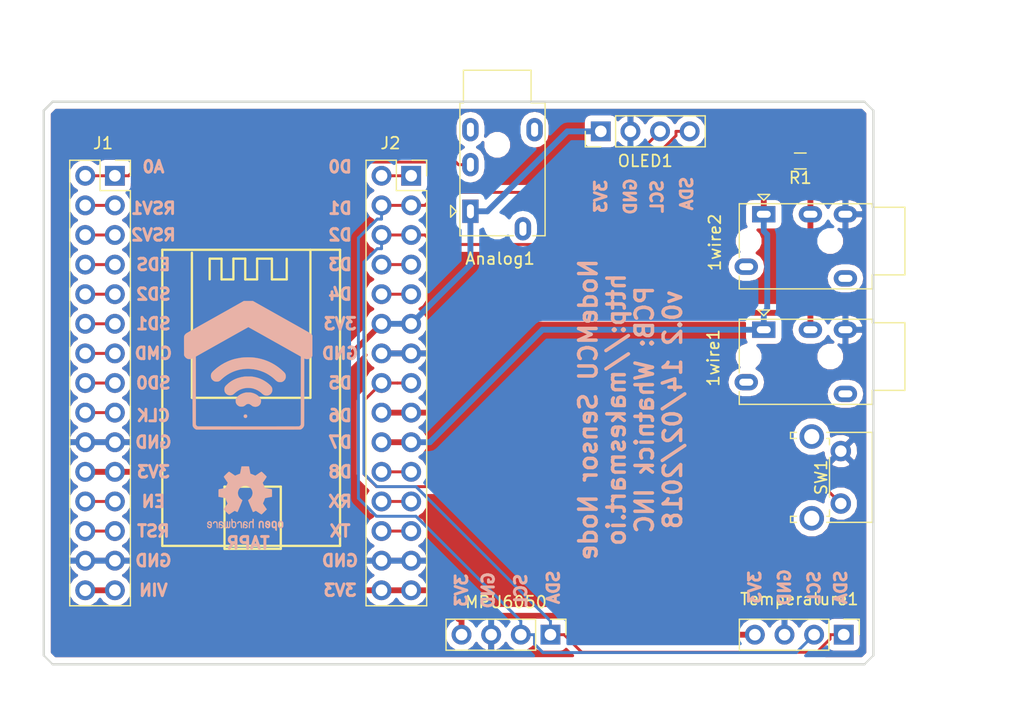
<source format=kicad_pcb>
(kicad_pcb (version 20171130) (host pcbnew "(2018-01-07 revision 47989ccfc)-makepkg")
  (layers (0 F.Cu signal) (31 B.Cu signal) (34 B.Paste user) (35 F.Paste user) (36 B.SilkS user) (37 F.SilkS user) (38 B.Mask user) (39 F.Mask user) (44 Edge.Cuts user))
  (net 0 "")
  (net 1 A0)
  (net 2 EDS)
  (net 3 SD2)
  (net 4 SD1)
  (net 5 CMD)
  (net 6 SD0)
  (net 7 CLK)
  (net 8 GND)
  (net 9 3V3)
  (net 10 EN)
  (net 11 RST)
  (net 12 VIN)
  (net 13 TX)
  (net 14 RX)
  (net 15 D8)
  (net 16 D7)
  (net 17 D6)
  (net 18 D5)
  (net 19 D4)
  (net 20 D3)
  (net 21 D2)
  (net 22 D1)
  (net 23 D0)
  (net 24 RSV1)
  (net 25 RSV2)
  (net 26 "Net-(Analog1-Pad3)")
  (module Resistors_SMD:R_0603_HandSoldering (layer F.Cu) (at 158.834 63.5 180)
    (fp_text reference R1 (at 0 -1.45 180) (layer F.SilkS))
    (fp_text value 4.7K)
    (pad 2 smd rect (at 1.1 0 180) (size 1.2 0.9) (layers F.Cu F.Paste F.Mask) (net 16 D7))
    (pad 1 smd rect (at -1.1 0 180) (size 1.2 0.9) (layers F.Cu F.Paste F.Mask) (net 17 D6))
  )
  (module Socket_Strips:Socket_Strip_Straight_1x04_Pitch2.54mm (layer F.Cu) (at 162.56 104.14 270)
    (fp_text reference Temperature1 (at -3.048 3.81) (layer F.SilkS))
    (fp_text value Conn_01x04)
    (pad 4 thru_hole oval (at 0 7.62 270) (size 1.7 1.7) (drill 1) (layers *.Cu *.Mask) (net 9 3V3))
    (pad 3 thru_hole oval (at 0 5.08 270) (size 1.7 1.7) (drill 1) (layers *.Cu *.Mask) (net 8 GND))
    (pad 2 thru_hole oval (at 0 2.54 270) (size 1.7 1.7) (drill 1) (layers *.Cu *.Mask) (net 22 D1))
    (pad 1 thru_hole rect (at 0 0 270) (size 1.7 1.7) (drill 1) (layers *.Cu *.Mask) (net 21 D2))
  )
  (module Symbols:OSHW-Logo2_7.3x6mm_SilkScreen (layer B.Cu) (at 111.252 92.456 180)
    (fp_text reference G2 hide)
    (fp_text value Logo_Open_Hardware_Small hide)
  )
  (module project_footprints:makeSmart_logo (layer B.Cu) (at 111.506 81.026 180)
    (fp_text reference G1 hide)
    (fp_text value LOGO hide)
  )
  (module Socket_Strips:Socket_Strip_Straight_1x04_Pitch2.54mm (layer F.Cu) (at 141.732 60.96 90)
    (fp_text reference OLED1 (at -2.54 3.81 180) (layer F.SilkS))
    (fp_text value Conn_01x04)
    (pad 1 thru_hole rect (at 0 0 90) (size 1.7 1.7) (drill 1) (layers *.Cu *.Mask) (net 9 3V3))
    (pad 2 thru_hole oval (at 0 2.54 90) (size 1.7 1.7) (drill 1) (layers *.Cu *.Mask) (net 8 GND))
    (pad 3 thru_hole oval (at 0 5.08 90) (size 1.7 1.7) (drill 1) (layers *.Cu *.Mask) (net 22 D1))
    (pad 4 thru_hole oval (at 0 7.62 90) (size 1.7 1.7) (drill 1) (layers *.Cu *.Mask) (net 21 D2))
  )
  (module Socket_Strips:Socket_Strip_Straight_1x04_Pitch2.54mm (layer F.Cu) (at 137.414 104.14 270)
    (fp_text reference MPU6050 (at -2.794 3.81) (layer F.SilkS))
    (fp_text value Conn_01x04)
    (pad 4 thru_hole oval (at 0 7.62 270) (size 1.7 1.7) (drill 1) (layers *.Cu *.Mask) (net 9 3V3))
    (pad 3 thru_hole oval (at 0 5.08 270) (size 1.7 1.7) (drill 1) (layers *.Cu *.Mask) (net 8 GND))
    (pad 2 thru_hole oval (at 0 2.54 270) (size 1.7 1.7) (drill 1) (layers *.Cu *.Mask) (net 22 D1))
    (pad 1 thru_hole rect (at 0 0 270) (size 1.7 1.7) (drill 1) (layers *.Cu *.Mask) (net 21 D2))
  )
  (module Socket_Strips:Socket_Strip_Straight_2x15_Pitch2.54mm (layer F.Cu) (at 125.476 64.77)
    (fp_text reference J2 (at -1.778 -2.794) (layer F.SilkS))
    (fp_text value Conn_02x15_Odd_Even)
    (pad 1 thru_hole rect (at 0 0) (size 1.7 1.7) (drill 1) (layers *.Cu *.Mask) (net 23 D0))
    (pad 2 thru_hole oval (at -2.54 0) (size 1.7 1.7) (drill 1) (layers *.Cu *.Mask) (net 23 D0))
    (pad 3 thru_hole oval (at 0 2.54) (size 1.7 1.7) (drill 1) (layers *.Cu *.Mask) (net 22 D1))
    (pad 4 thru_hole oval (at -2.54 2.54) (size 1.7 1.7) (drill 1) (layers *.Cu *.Mask) (net 22 D1))
    (pad 5 thru_hole oval (at 0 5.08) (size 1.7 1.7) (drill 1) (layers *.Cu *.Mask) (net 21 D2))
    (pad 6 thru_hole oval (at -2.54 5.08) (size 1.7 1.7) (drill 1) (layers *.Cu *.Mask) (net 21 D2))
    (pad 7 thru_hole oval (at 0 7.62) (size 1.7 1.7) (drill 1) (layers *.Cu *.Mask) (net 20 D3))
    (pad 8 thru_hole oval (at -2.54 7.62) (size 1.7 1.7) (drill 1) (layers *.Cu *.Mask) (net 20 D3))
    (pad 9 thru_hole oval (at 0 10.16) (size 1.7 1.7) (drill 1) (layers *.Cu *.Mask) (net 19 D4))
    (pad 10 thru_hole oval (at -2.54 10.16) (size 1.7 1.7) (drill 1) (layers *.Cu *.Mask) (net 19 D4))
    (pad 11 thru_hole oval (at 0 12.7) (size 1.7 1.7) (drill 1) (layers *.Cu *.Mask) (net 9 3V3))
    (pad 12 thru_hole oval (at -2.54 12.7) (size 1.7 1.7) (drill 1) (layers *.Cu *.Mask) (net 9 3V3))
    (pad 13 thru_hole oval (at 0 15.24) (size 1.7 1.7) (drill 1) (layers *.Cu *.Mask) (net 8 GND))
    (pad 14 thru_hole oval (at -2.54 15.24) (size 1.7 1.7) (drill 1) (layers *.Cu *.Mask) (net 8 GND))
    (pad 15 thru_hole oval (at 0 17.78) (size 1.7 1.7) (drill 1) (layers *.Cu *.Mask) (net 18 D5))
    (pad 16 thru_hole oval (at -2.54 17.78) (size 1.7 1.7) (drill 1) (layers *.Cu *.Mask) (net 18 D5))
    (pad 17 thru_hole oval (at 0 20.32) (size 1.7 1.7) (drill 1) (layers *.Cu *.Mask) (net 17 D6))
    (pad 18 thru_hole oval (at -2.54 20.32) (size 1.7 1.7) (drill 1) (layers *.Cu *.Mask) (net 17 D6))
    (pad 19 thru_hole oval (at 0 22.86) (size 1.7 1.7) (drill 1) (layers *.Cu *.Mask) (net 16 D7))
    (pad 20 thru_hole oval (at -2.54 22.86) (size 1.7 1.7) (drill 1) (layers *.Cu *.Mask) (net 16 D7))
    (pad 21 thru_hole oval (at 0 25.4) (size 1.7 1.7) (drill 1) (layers *.Cu *.Mask) (net 15 D8))
    (pad 22 thru_hole oval (at -2.54 25.4) (size 1.7 1.7) (drill 1) (layers *.Cu *.Mask) (net 15 D8))
    (pad 23 thru_hole oval (at 0 27.94) (size 1.7 1.7) (drill 1) (layers *.Cu *.Mask) (net 14 RX))
    (pad 24 thru_hole oval (at -2.54 27.94) (size 1.7 1.7) (drill 1) (layers *.Cu *.Mask) (net 14 RX))
    (pad 25 thru_hole oval (at 0 30.48) (size 1.7 1.7) (drill 1) (layers *.Cu *.Mask) (net 13 TX))
    (pad 26 thru_hole oval (at -2.54 30.48) (size 1.7 1.7) (drill 1) (layers *.Cu *.Mask) (net 13 TX))
    (pad 27 thru_hole oval (at 0 33.02) (size 1.7 1.7) (drill 1) (layers *.Cu *.Mask) (net 8 GND))
    (pad 28 thru_hole oval (at -2.54 33.02) (size 1.7 1.7) (drill 1) (layers *.Cu *.Mask) (net 8 GND))
    (pad 29 thru_hole oval (at 0 35.56) (size 1.7 1.7) (drill 1) (layers *.Cu *.Mask) (net 9 3V3))
    (pad 30 thru_hole oval (at -2.54 35.56) (size 1.7 1.7) (drill 1) (layers *.Cu *.Mask) (net 9 3V3))
  )
  (module Socket_Strips:Socket_Strip_Straight_2x15_Pitch2.54mm (layer F.Cu) (at 100.076 64.77)
    (fp_text reference J1 (at -1.016 -2.794) (layer F.SilkS))
    (fp_text value Conn_02x15_Odd_Even)
    (pad 30 thru_hole oval (at -2.54 35.56) (size 1.7 1.7) (drill 1) (layers *.Cu *.Mask) (net 12 VIN))
    (pad 29 thru_hole oval (at 0 35.56) (size 1.7 1.7) (drill 1) (layers *.Cu *.Mask) (net 12 VIN))
    (pad 28 thru_hole oval (at -2.54 33.02) (size 1.7 1.7) (drill 1) (layers *.Cu *.Mask) (net 8 GND))
    (pad 27 thru_hole oval (at 0 33.02) (size 1.7 1.7) (drill 1) (layers *.Cu *.Mask) (net 8 GND))
    (pad 26 thru_hole oval (at -2.54 30.48) (size 1.7 1.7) (drill 1) (layers *.Cu *.Mask) (net 11 RST))
    (pad 25 thru_hole oval (at 0 30.48) (size 1.7 1.7) (drill 1) (layers *.Cu *.Mask) (net 11 RST))
    (pad 24 thru_hole oval (at -2.54 27.94) (size 1.7 1.7) (drill 1) (layers *.Cu *.Mask) (net 10 EN))
    (pad 23 thru_hole oval (at 0 27.94) (size 1.7 1.7) (drill 1) (layers *.Cu *.Mask) (net 10 EN))
    (pad 22 thru_hole oval (at -2.54 25.4) (size 1.7 1.7) (drill 1) (layers *.Cu *.Mask) (net 9 3V3))
    (pad 21 thru_hole oval (at 0 25.4) (size 1.7 1.7) (drill 1) (layers *.Cu *.Mask) (net 9 3V3))
    (pad 20 thru_hole oval (at -2.54 22.86) (size 1.7 1.7) (drill 1) (layers *.Cu *.Mask) (net 8 GND))
    (pad 19 thru_hole oval (at 0 22.86) (size 1.7 1.7) (drill 1) (layers *.Cu *.Mask) (net 8 GND))
    (pad 18 thru_hole oval (at -2.54 20.32) (size 1.7 1.7) (drill 1) (layers *.Cu *.Mask) (net 7 CLK))
    (pad 17 thru_hole oval (at 0 20.32) (size 1.7 1.7) (drill 1) (layers *.Cu *.Mask) (net 7 CLK))
    (pad 16 thru_hole oval (at -2.54 17.78) (size 1.7 1.7) (drill 1) (layers *.Cu *.Mask) (net 6 SD0))
    (pad 15 thru_hole oval (at 0 17.78) (size 1.7 1.7) (drill 1) (layers *.Cu *.Mask) (net 6 SD0))
    (pad 14 thru_hole oval (at -2.54 15.24) (size 1.7 1.7) (drill 1) (layers *.Cu *.Mask) (net 5 CMD))
    (pad 13 thru_hole oval (at 0 15.24) (size 1.7 1.7) (drill 1) (layers *.Cu *.Mask) (net 5 CMD))
    (pad 12 thru_hole oval (at -2.54 12.7) (size 1.7 1.7) (drill 1) (layers *.Cu *.Mask) (net 4 SD1))
    (pad 11 thru_hole oval (at 0 12.7) (size 1.7 1.7) (drill 1) (layers *.Cu *.Mask) (net 4 SD1))
    (pad 10 thru_hole oval (at -2.54 10.16) (size 1.7 1.7) (drill 1) (layers *.Cu *.Mask) (net 3 SD2))
    (pad 9 thru_hole oval (at 0 10.16) (size 1.7 1.7) (drill 1) (layers *.Cu *.Mask) (net 3 SD2))
    (pad 8 thru_hole oval (at -2.54 7.62) (size 1.7 1.7) (drill 1) (layers *.Cu *.Mask) (net 2 EDS))
    (pad 7 thru_hole oval (at 0 7.62) (size 1.7 1.7) (drill 1) (layers *.Cu *.Mask) (net 2 EDS))
    (pad 6 thru_hole oval (at -2.54 5.08) (size 1.7 1.7) (drill 1) (layers *.Cu *.Mask) (net 25 RSV2))
    (pad 5 thru_hole oval (at 0 5.08) (size 1.7 1.7) (drill 1) (layers *.Cu *.Mask) (net 25 RSV2))
    (pad 4 thru_hole oval (at -2.54 2.54) (size 1.7 1.7) (drill 1) (layers *.Cu *.Mask) (net 24 RSV1))
    (pad 3 thru_hole oval (at 0 2.54) (size 1.7 1.7) (drill 1) (layers *.Cu *.Mask) (net 24 RSV1))
    (pad 2 thru_hole oval (at -2.54 0) (size 1.7 1.7) (drill 1) (layers *.Cu *.Mask) (net 1 A0))
    (pad 1 thru_hole rect (at 0 0) (size 1.7 1.7) (drill 1) (layers *.Cu *.Mask) (net 1 A0))
  )
  (module Button_Switch_THT:SW_Tactile_SPST_Angled_PTS645Vx39-2LFS (layer F.Cu) (at 162.306 88.392 270)
    (fp_text reference SW1 (at 2.25 1.68 270) (layer F.SilkS))
    (fp_text value SW_Push)
    (pad "" thru_hole circle (at 5.76 2.49 270) (size 2.1 2.1) (drill 1.3) (layers *.Cu *.Mask))
    (pad 2 thru_hole circle (at 4.5 0 270) (size 1.75 1.75) (drill 0.99) (layers *.Cu *.Mask) (net 18 D5))
    (pad 1 thru_hole circle (at 0 0 270) (size 1.75 1.75) (drill 0.99) (layers *.Cu *.Mask) (net 8 GND))
    (pad "" thru_hole circle (at -1.25 2.49 270) (size 2.1 2.1) (drill 1.3) (layers *.Cu *.Mask))
  )
  (module Connector_Audio:Jack_3.5mm_PJ320E_Horizontal (layer F.Cu) (at 130.556 67.818)
    (fp_text reference Analog1 (at 2.54 4.064) (layer F.SilkS))
    (fp_text value Audio-Jack-3_2Switches)
    (pad 5 thru_hole oval (at 5.5 -7 270) (size 2 1.4) (drill oval 1.2 0.6) (layers *.Cu *.Mask))
    (pad 4 thru_hole oval (at 4.5 1.5 270) (size 2 1.4) (drill oval 1.2 0.6) (layers *.Cu *.Mask))
    (pad 1 thru_hole rect (at 0 0 270) (size 2 1.4) (drill oval 1.2 0.6) (layers *.Cu *.Mask) (net 9 3V3))
    (pad 2 thru_hole oval (at 0 -4 270) (size 2 1.4) (drill oval 1.2 0.6) (layers *.Cu *.Mask) (net 1 A0))
    (pad 3 thru_hole oval (at 0 -7 270) (size 2 1.4) (drill oval 1.2 0.6) (layers *.Cu *.Mask) (net 26 "Net-(Analog1-Pad3)"))
    (pad "" np_thru_hole circle (at 2.3 -5.7 270) (size 1.2 1.2) (drill 1.2) (layers *.Cu *.Mask))
    (pad "" np_thru_hole circle (at 2.3 1.3 270) (size 1.2 1.2) (drill 1.2) (layers *.Cu *.Mask))
  )
  (module Connector_Audio:Jack_3.5mm_PJ320E_Horizontal (layer F.Cu) (at 155.702 68.072 270)
    (fp_text reference 1wire2 (at 2.413 4.191 270) (layer F.SilkS))
    (fp_text value Audio-Jack-3_2Switches)
    (pad 5 thru_hole oval (at 5.5 -7 180) (size 2 1.4) (drill oval 1.2 0.6) (layers *.Cu *.Mask))
    (pad 4 thru_hole oval (at 4.5 1.5 180) (size 2 1.4) (drill oval 1.2 0.6) (layers *.Cu *.Mask))
    (pad 1 thru_hole rect (at 0 0 180) (size 2 1.4) (drill oval 1.2 0.6) (layers *.Cu *.Mask) (net 16 D7))
    (pad 2 thru_hole oval (at 0 -4 180) (size 2 1.4) (drill oval 1.2 0.6) (layers *.Cu *.Mask) (net 17 D6))
    (pad 3 thru_hole oval (at 0 -7 180) (size 2 1.4) (drill oval 1.2 0.6) (layers *.Cu *.Mask) (net 8 GND))
    (pad "" np_thru_hole circle (at 2.3 -5.7 180) (size 1.2 1.2) (drill 1.2) (layers *.Cu *.Mask))
    (pad "" np_thru_hole circle (at 2.3 1.3 180) (size 1.2 1.2) (drill 1.2) (layers *.Cu *.Mask))
  )
  (module Connector_Audio:Jack_3.5mm_PJ320E_Horizontal (layer F.Cu) (at 155.702 77.978 270)
    (fp_text reference 1wire1 (at 2.413 4.318 270) (layer F.SilkS))
    (fp_text value Audio-Jack-3_2Switches)
    (pad 5 thru_hole oval (at 5.5 -7 180) (size 2 1.4) (drill oval 1.2 0.6) (layers *.Cu *.Mask))
    (pad 4 thru_hole oval (at 4.5 1.5 180) (size 2 1.4) (drill oval 1.2 0.6) (layers *.Cu *.Mask))
    (pad 1 thru_hole rect (at 0 0 180) (size 2 1.4) (drill oval 1.2 0.6) (layers *.Cu *.Mask) (net 16 D7))
    (pad 2 thru_hole oval (at 0 -4 180) (size 2 1.4) (drill oval 1.2 0.6) (layers *.Cu *.Mask) (net 17 D6))
    (pad 3 thru_hole oval (at 0 -7 180) (size 2 1.4) (drill oval 1.2 0.6) (layers *.Cu *.Mask) (net 8 GND))
    (pad "" np_thru_hole circle (at 2.3 -5.7 180) (size 1.2 1.2) (drill 1.2) (layers *.Cu *.Mask))
    (pad "" np_thru_hole circle (at 2.3 1.3 180) (size 1.2 1.2) (drill 1.2) (layers *.Cu *.Mask))
  )
  (gr_text SDA (at 162.306 100.076 90) (layer B.SilkS) (effects (font (size 1 1) (thickness 0.25)) (justify mirror)))
  (gr_text TAPR (at 111.506 96.266) (layer B.SilkS) (effects (font (size 1 1) (thickness 0.25)) (justify mirror)))
  (gr_text "NodeMCU Sensor Node\nhttp://makesmart.io\nPCB: Whatnick INC\nv0.2 14/02/2018" (at 144.272 84.836 90) (layer B.SilkS) (effects (font (size 1.5 1.5) (thickness 0.3)) (justify mirror)))
  (gr_line (start 164.338 58.42) (end 165.1 59.182) (layer Edge.Cuts) (width 0.15))
  (gr_line (start 164.338 106.68) (end 165.1 105.918) (layer Edge.Cuts) (width 0.15))
  (gr_line (start 93.98 105.918) (end 94.742 106.68) (layer Edge.Cuts) (width 0.15))
  (gr_line (start 94.742 58.42) (end 93.98 59.182) (layer Edge.Cuts) (width 0.2))
  (gr_text TX (at 119.38 95.25) (layer B.SilkS) (effects (font (size 1 1) (thickness 0.25)) (justify mirror)))
  (gr_text RX (at 119.38 92.71) (layer B.SilkS) (effects (font (size 1 1) (thickness 0.25)) (justify mirror)))
  (gr_text D6 (at 119.38 85.344) (layer B.SilkS) (effects (font (size 1 1) (thickness 0.25)) (justify mirror)))
  (gr_text D7 (at 119.38 87.63) (layer B.SilkS) (effects (font (size 1 1) (thickness 0.25)) (justify mirror)))
  (gr_text D8 (at 119.38 90.17) (layer B.SilkS) (effects (font (size 1 1) (thickness 0.25)) (justify mirror)))
  (gr_text GND (at 119.38 97.79) (layer B.SilkS) (effects (font (size 1 1) (thickness 0.25)) (justify mirror)))
  (gr_text 3V3 (at 119.38 100.33) (layer B.SilkS) (effects (font (size 1 1) (thickness 0.25)) (justify mirror)))
  (gr_text D5 (at 119.38 82.55) (layer B.SilkS) (effects (font (size 1 1) (thickness 0.25)) (justify mirror)))
  (gr_text D0 (at 119.38 64.008) (layer B.SilkS) (effects (font (size 1 1) (thickness 0.25)) (justify mirror)))
  (gr_text D1 (at 119.38 67.564) (layer B.SilkS) (effects (font (size 1 1) (thickness 0.25)) (justify mirror)))
  (gr_text GND (at 119.38 80.01) (layer B.SilkS) (effects (font (size 1 1) (thickness 0.25)) (justify mirror)))
  (gr_text 3V3 (at 119.38 77.47) (layer B.SilkS) (effects (font (size 1 1) (thickness 0.25)) (justify mirror)))
  (gr_text D2 (at 119.38 69.85) (layer B.SilkS) (effects (font (size 1 1) (thickness 0.25)) (justify mirror)))
  (gr_text D4 (at 119.38 74.93) (layer B.SilkS) (effects (font (size 1 1) (thickness 0.25)) (justify mirror)))
  (gr_text D3 (at 119.38 72.39) (layer B.SilkS) (effects (font (size 1 1) (thickness 0.25)) (justify mirror)))
  (gr_text A0 (at 103.378 64.008) (layer B.SilkS) (effects (font (size 1 1) (thickness 0.25)) (justify mirror)))
  (gr_text RSV1 (at 103.378 67.564) (layer B.SilkS) (effects (font (size 1 1) (thickness 0.25)) (justify mirror)))
  (gr_text RSV2 (at 103.378 69.85) (layer B.SilkS) (effects (font (size 1 1) (thickness 0.25)) (justify mirror)))
  (gr_text EDS (at 103.378 72.39) (layer B.SilkS) (effects (font (size 1 1) (thickness 0.25)) (justify mirror)))
  (gr_text SD2 (at 103.378 74.93) (layer B.SilkS) (effects (font (size 1 1) (thickness 0.25)) (justify mirror)))
  (gr_text SD1 (at 103.378 77.47) (layer B.SilkS) (effects (font (size 1 1) (thickness 0.25)) (justify mirror)))
  (gr_text CMD (at 103.378 80.01) (layer B.SilkS) (effects (font (size 1 1) (thickness 0.25)) (justify mirror)))
  (gr_text SD0 (at 103.378 82.55) (layer B.SilkS) (effects (font (size 1 1) (thickness 0.25)) (justify mirror)))
  (gr_text CLK (at 103.378 85.344) (layer B.SilkS) (effects (font (size 1 1) (thickness 0.25)) (justify mirror)))
  (gr_text GND (at 103.378 87.63) (layer B.SilkS) (effects (font (size 1 1) (thickness 0.25)) (justify mirror)))
  (gr_text 3V3 (at 103.378 90.17) (layer B.SilkS) (effects (font (size 1 1) (thickness 0.25)) (justify mirror)))
  (gr_text EN (at 103.378 92.71) (layer B.SilkS) (effects (font (size 1 1) (thickness 0.25)) (justify mirror)))
  (gr_text RST (at 103.378 95.25) (layer B.SilkS) (effects (font (size 1 1) (thickness 0.25)) (justify mirror)))
  (gr_text GND (at 103.378 97.79) (layer B.SilkS) (effects (font (size 1 1) (thickness 0.25)) (justify mirror)))
  (gr_text VIN (at 103.378 100.33) (layer B.SilkS) (effects (font (size 1 1) (thickness 0.25)) (justify mirror)))
  (gr_line (start 109.474 96.774) (end 114.3 96.774) (angle 90) (layer F.SilkS) (width 0.2))
  (gr_text SDA (at 137.668 100.076 90) (layer B.SilkS) (effects (font (size 1 1) (thickness 0.25)) (justify mirror)))
  (gr_text SDA (at 149.098 66.294 90) (layer B.SilkS) (effects (font (size 1 1) (thickness 0.25)) (justify mirror)))
  (gr_text SCL (at 160.02 100.076 90) (layer B.SilkS) (effects (font (size 1 1) (thickness 0.25)) (justify mirror)))
  (gr_text SCL (at 134.874 100.33 90) (layer B.SilkS) (effects (font (size 1 1) (thickness 0.25)) (justify mirror)))
  (gr_text SCL (at 146.558 66.548 90) (layer B.SilkS) (effects (font (size 1 1) (thickness 0.25)) (justify mirror)))
  (gr_text GND (at 157.48 100.076 90) (layer B.SilkS) (effects (font (size 1 1) (thickness 0.25)) (justify mirror)))
  (gr_text GND (at 132.08 100.33 90) (layer B.SilkS) (effects (font (size 1 1) (thickness 0.25)) (justify mirror)))
  (gr_text GND (at 144.272 66.548 90) (layer B.SilkS) (effects (font (size 1 1) (thickness 0.25)) (justify mirror)))
  (gr_text 3V3 (at 154.94 100.076 90) (layer B.SilkS) (effects (font (size 1 1) (thickness 0.25)) (justify mirror)))
  (gr_text 3V3 (at 129.794 100.33 90) (layer B.SilkS) (effects (font (size 1 1) (thickness 0.25)) (justify mirror)))
  (gr_text 3V3 (at 141.732 66.548 90) (layer B.SilkS) (effects (font (size 1 1) (thickness 0.25)) (justify mirror)))
  (gr_line (start 114.3 91.44) (end 109.474 91.44) (layer F.SilkS) (width 0.2))
  (gr_line (start 114.3 91.44) (end 114.3 96.774) (layer F.SilkS) (width 0.2))
  (gr_line (start 109.474 91.44) (end 109.474 96.774) (layer F.SilkS) (width 0.2))
  (gr_line (start 114.808 73.66) (end 114.808 71.882) (layer F.SilkS) (width 0.2))
  (gr_line (start 113.538 73.66) (end 114.808 73.66) (layer F.SilkS) (width 0.2))
  (gr_line (start 113.538 71.882) (end 113.538 73.66) (layer F.SilkS) (width 0.2))
  (gr_line (start 112.268 71.882) (end 113.538 71.882) (layer F.SilkS) (width 0.2))
  (gr_line (start 112.268 73.66) (end 112.268 71.882) (layer F.SilkS) (width 0.2))
  (gr_line (start 111.252 73.66) (end 112.268 73.66) (layer F.SilkS) (width 0.2))
  (gr_line (start 111.252 71.882) (end 111.252 73.66) (layer F.SilkS) (width 0.2))
  (gr_line (start 110.236 71.882) (end 111.252 71.882) (layer F.SilkS) (width 0.2))
  (gr_line (start 110.236 73.66) (end 110.236 71.882) (layer F.SilkS) (width 0.2))
  (gr_line (start 109.22 73.66) (end 110.236 73.66) (layer F.SilkS) (width 0.2))
  (gr_line (start 109.22 71.882) (end 109.22 73.66) (layer F.SilkS) (width 0.2))
  (gr_line (start 108.204 71.882) (end 109.22 71.882) (layer F.SilkS) (width 0.2))
  (gr_line (start 108.204 73.66) (end 108.204 71.882) (layer F.SilkS) (width 0.2))
  (gr_line (start 116.84 83.82) (end 116.84 71.12) (layer F.SilkS) (width 0.2))
  (gr_line (start 106.68 83.82) (end 116.84 83.82) (layer F.SilkS) (width 0.2))
  (gr_line (start 106.68 71.374) (end 106.68 83.82) (layer F.SilkS) (width 0.2))
  (gr_line (start 104.14 96.52) (end 104.14 71.12) (layer F.SilkS) (width 0.2))
  (gr_line (start 119.38 96.52) (end 104.14 96.52) (layer F.SilkS) (width 0.2))
  (gr_line (start 119.38 71.12) (end 119.38 96.52) (layer F.SilkS) (width 0.2))
  (gr_line (start 104.14 71.12) (end 119.38 71.12) (layer F.SilkS) (width 0.2))
  (gr_line (start 93.98 105.918) (end 93.98 59.182) (layer Edge.Cuts) (width 0.2))
  (gr_line (start 164.338 106.68) (end 94.742 106.68) (layer Edge.Cuts) (width 0.2))
  (gr_line (start 165.1 59.182) (end 165.1 105.918) (layer Edge.Cuts) (width 0.2))
  (gr_line (start 94.742 58.42) (end 164.338 58.42) (layer Edge.Cuts) (width 0.2))
  (segment (start 100.076 64.77) (end 97.536 64.77) (width 0.25) (layer F.Cu) (net 1))
  (segment (start 102.4266 63.5947) (end 101.2513 64.77) (width 0.25) (layer F.Cu) (net 1))
  (segment (start 129.3074 63.5947) (end 102.4266 63.5947) (width 0.25) (layer F.Cu) (net 1))
  (segment (start 129.5307 63.818) (end 129.3074 63.5947) (width 0.25) (layer F.Cu) (net 1))
  (segment (start 130.556 63.818) (end 129.5307 63.818) (width 0.25) (layer F.Cu) (net 1))
  (segment (start 100.076 64.77) (end 101.2513 64.77) (width 0.25) (layer F.Cu) (net 1))
  (segment (start 100.076 72.39) (end 97.536 72.39) (width 0.25) (layer F.Cu) (net 2))
  (segment (start 100.076 74.93) (end 97.536 74.93) (width 0.25) (layer F.Cu) (net 3))
  (segment (start 100.076 77.47) (end 97.536 77.47) (width 0.25) (layer F.Cu) (net 4))
  (segment (start 100.076 80.01) (end 97.536 80.01) (width 0.25) (layer F.Cu) (net 5))
  (segment (start 100.076 82.55) (end 97.536 82.55) (width 0.25) (layer F.Cu) (net 6))
  (segment (start 100.076 85.09) (end 97.536 85.09) (width 0.25) (layer F.Cu) (net 7))
  (segment (start 97.536 90.17) (end 100.076 90.17) (width 0.5) (layer F.Cu) (net 9))
  (segment (start 122.936 77.47) (end 124.5363 77.47) (width 0.5) (layer B.Cu) (net 9))
  (segment (start 125.476 77.47) (end 124.5363 77.47) (width 0.5) (layer B.Cu) (net 9))
  (segment (start 129.794 104.14) (end 129.794 102.7898) (width 0.5) (layer F.Cu) (net 9))
  (segment (start 151.7169 102.5172) (end 153.3397 104.14) (width 0.5) (layer F.Cu) (net 9))
  (segment (start 130.0666 102.5172) (end 151.7169 102.5172) (width 0.5) (layer F.Cu) (net 9))
  (segment (start 129.794 102.7898) (end 130.0666 102.5172) (width 0.5) (layer F.Cu) (net 9))
  (segment (start 154.94 104.14) (end 153.3397 104.14) (width 0.5) (layer F.Cu) (net 9))
  (segment (start 122.936 100.33) (end 125.476 100.33) (width 0.5) (layer F.Cu) (net 9))
  (segment (start 129.5361 102.7898) (end 129.794 102.7898) (width 0.5) (layer F.Cu) (net 9))
  (segment (start 127.0763 100.33) (end 129.5361 102.7898) (width 0.5) (layer F.Cu) (net 9))
  (segment (start 125.476 100.33) (end 127.0763 100.33) (width 0.5) (layer F.Cu) (net 9))
  (segment (start 130.556 72.39) (end 130.556 67.818) (width 0.5) (layer B.Cu) (net 9))
  (segment (start 125.476 77.47) (end 130.556 72.39) (width 0.5) (layer B.Cu) (net 9))
  (segment (start 138.8643 60.96) (end 141.732 60.96) (width 0.5) (layer B.Cu) (net 9))
  (segment (start 132.0063 67.818) (end 138.8643 60.96) (width 0.5) (layer B.Cu) (net 9))
  (segment (start 130.556 67.818) (end 132.0063 67.818) (width 0.5) (layer B.Cu) (net 9))
  (segment (start 100.076 90.17) (end 101.4262 90.17) (width 0.5) (layer F.Cu) (net 9))
  (segment (start 122.936 100.33) (end 121.3357 100.33) (width 0.5) (layer F.Cu) (net 9))
  (segment (start 111.1757 89.2303) (end 111.1757 90.17) (width 0.5) (layer F.Cu) (net 9))
  (segment (start 122.936 77.47) (end 111.1757 89.2303) (width 0.5) (layer F.Cu) (net 9))
  (segment (start 101.4262 90.17) (end 111.1757 90.17) (width 0.5) (layer F.Cu) (net 9))
  (segment (start 111.1757 90.17) (end 121.3357 100.33) (width 0.5) (layer F.Cu) (net 9))
  (segment (start 100.076 92.71) (end 97.536 92.71) (width 0.25) (layer F.Cu) (net 10))
  (segment (start 100.076 95.25) (end 97.536 95.25) (width 0.25) (layer F.Cu) (net 11))
  (segment (start 100.076 100.33) (end 97.536 100.33) (width 0.5) (layer F.Cu) (net 12))
  (segment (start 122.936 95.25) (end 125.476 95.25) (width 0.25) (layer F.Cu) (net 13))
  (segment (start 122.936 92.71) (end 125.476 92.71) (width 0.25) (layer F.Cu) (net 14))
  (segment (start 122.936 90.17) (end 125.476 90.17) (width 0.25) (layer F.Cu) (net 15))
  (segment (start 155.8126 66.6217) (end 157.734 64.7003) (width 0.5) (layer F.Cu) (net 16))
  (segment (start 155.702 66.6217) (end 155.8126 66.6217) (width 0.5) (layer F.Cu) (net 16))
  (segment (start 157.734 63.5) (end 157.734 64.7003) (width 0.5) (layer F.Cu) (net 16))
  (segment (start 155.702 68.072) (end 155.702 66.6217) (width 0.5) (layer F.Cu) (net 16))
  (segment (start 122.936 87.63) (end 125.476 87.63) (width 0.5) (layer F.Cu) (net 16))
  (segment (start 125.476 87.63) (end 127.0763 87.63) (width 0.5) (layer B.Cu) (net 16))
  (segment (start 155.702 68.072) (end 155.702 69.5223) (width 0.5) (layer B.Cu) (net 16))
  (segment (start 136.7283 77.978) (end 155.702 77.978) (width 0.5) (layer B.Cu) (net 16))
  (segment (start 127.0763 87.63) (end 136.7283 77.978) (width 0.5) (layer B.Cu) (net 16))
  (segment (start 155.9987 69.819) (end 155.702 69.5223) (width 0.5) (layer B.Cu) (net 16))
  (segment (start 155.9987 76.231) (end 155.9987 69.819) (width 0.5) (layer B.Cu) (net 16))
  (segment (start 155.702 76.5277) (end 155.9987 76.231) (width 0.5) (layer B.Cu) (net 16))
  (segment (start 155.702 77.978) (end 155.702 76.5277) (width 0.5) (layer B.Cu) (net 16))
  (segment (start 159.702 64.9323) (end 159.934 64.7003) (width 0.5) (layer F.Cu) (net 17))
  (segment (start 159.702 68.072) (end 159.702 64.9323) (width 0.5) (layer F.Cu) (net 17))
  (segment (start 159.934 63.5) (end 159.934 64.7003) (width 0.5) (layer F.Cu) (net 17))
  (segment (start 122.936 85.09) (end 125.476 85.09) (width 0.5) (layer F.Cu) (net 17))
  (segment (start 159.702 77.978) (end 159.702 76.5277) (width 0.5) (layer F.Cu) (net 17))
  (segment (start 125.476 85.09) (end 127.0763 85.09) (width 0.5) (layer F.Cu) (net 17))
  (segment (start 135.6386 76.5277) (end 127.0763 85.09) (width 0.5) (layer F.Cu) (net 17))
  (segment (start 159.702 76.5277) (end 135.6386 76.5277) (width 0.5) (layer F.Cu) (net 17))
  (segment (start 159.702 68.072) (end 159.702 69.5223) (width 0.5) (layer F.Cu) (net 17))
  (segment (start 159.702 76.5277) (end 159.702 69.5223) (width 0.5) (layer F.Cu) (net 17))
  (segment (start 125.476 82.55) (end 124.3007 82.55) (width 0.25) (layer F.Cu) (net 18))
  (segment (start 121.4448 84.0412) (end 122.936 82.55) (width 0.25) (layer F.Cu) (net 18))
  (segment (start 121.4448 90.3782) (end 121.4448 84.0412) (width 0.25) (layer F.Cu) (net 18))
  (segment (start 122.5066 91.44) (end 121.4448 90.3782) (width 0.25) (layer F.Cu) (net 18))
  (segment (start 160.854 91.44) (end 122.5066 91.44) (width 0.25) (layer F.Cu) (net 18))
  (segment (start 162.306 92.892) (end 160.854 91.44) (width 0.25) (layer F.Cu) (net 18))
  (segment (start 122.936 82.55) (end 124.3007 82.55) (width 0.25) (layer F.Cu) (net 18))
  (segment (start 122.936 74.93) (end 125.476 74.93) (width 0.25) (layer F.Cu) (net 19))
  (segment (start 122.936 72.39) (end 125.476 72.39) (width 0.25) (layer F.Cu) (net 20))
  (segment (start 125.8893 91.44) (end 137.414 102.9647) (width 0.25) (layer B.Cu) (net 21))
  (segment (start 122.538 91.44) (end 125.8893 91.44) (width 0.25) (layer B.Cu) (net 21))
  (segment (start 121.4226 90.3246) (end 122.538 91.44) (width 0.25) (layer B.Cu) (net 21))
  (segment (start 121.4226 72.1714) (end 121.4226 90.3246) (width 0.25) (layer B.Cu) (net 21))
  (segment (start 122.5687 71.0253) (end 121.4226 72.1714) (width 0.25) (layer B.Cu) (net 21))
  (segment (start 122.936 71.0253) (end 122.5687 71.0253) (width 0.25) (layer B.Cu) (net 21))
  (segment (start 122.936 69.85) (end 122.936 71.0253) (width 0.25) (layer B.Cu) (net 21))
  (segment (start 137.414 104.14) (end 137.414 102.9647) (width 0.25) (layer B.Cu) (net 21))
  (segment (start 161.3847 104.5073) (end 161.3847 104.14) (width 0.25) (layer F.Cu) (net 21))
  (segment (start 160.2439 105.6481) (end 161.3847 104.5073) (width 0.25) (layer F.Cu) (net 21))
  (segment (start 140.0974 105.6481) (end 160.2439 105.6481) (width 0.25) (layer F.Cu) (net 21))
  (segment (start 138.5893 104.14) (end 140.0974 105.6481) (width 0.25) (layer F.Cu) (net 21))
  (segment (start 137.414 104.14) (end 138.5893 104.14) (width 0.25) (layer F.Cu) (net 21))
  (segment (start 162.56 104.14) (end 161.3847 104.14) (width 0.25) (layer F.Cu) (net 21))
  (segment (start 122.936 69.85) (end 125.476 69.85) (width 0.25) (layer F.Cu) (net 21))
  (segment (start 148.1767 61.3273) (end 148.1767 60.96) (width 0.25) (layer F.Cu) (net 21))
  (segment (start 138.838 70.666) (end 148.1767 61.3273) (width 0.25) (layer F.Cu) (net 21))
  (segment (start 127.4673 70.666) (end 138.838 70.666) (width 0.25) (layer F.Cu) (net 21))
  (segment (start 126.6513 69.85) (end 127.4673 70.666) (width 0.25) (layer F.Cu) (net 21))
  (segment (start 125.476 69.85) (end 126.6513 69.85) (width 0.25) (layer F.Cu) (net 21))
  (segment (start 149.352 60.96) (end 148.1767 60.96) (width 0.25) (layer F.Cu) (net 21))
  (segment (start 122.936 67.31) (end 125.476 67.31) (width 0.25) (layer F.Cu) (net 22))
  (segment (start 141.5794 66.1926) (end 146.812 60.96) (width 0.25) (layer F.Cu) (net 22))
  (segment (start 127.7687 66.1926) (end 141.5794 66.1926) (width 0.25) (layer F.Cu) (net 22))
  (segment (start 126.6513 67.31) (end 127.7687 66.1926) (width 0.25) (layer F.Cu) (net 22))
  (segment (start 125.476 67.31) (end 126.6513 67.31) (width 0.25) (layer F.Cu) (net 22))
  (segment (start 158.4865 105.6735) (end 160.02 104.14) (width 0.25) (layer B.Cu) (net 22))
  (segment (start 136.7748 105.6735) (end 158.4865 105.6735) (width 0.25) (layer B.Cu) (net 22))
  (segment (start 136.0493 104.948) (end 136.7748 105.6735) (width 0.25) (layer B.Cu) (net 22))
  (segment (start 136.0493 104.14) (end 136.0493 104.948) (width 0.25) (layer B.Cu) (net 22))
  (segment (start 134.874 104.14) (end 136.0493 104.14) (width 0.25) (layer B.Cu) (net 22))
  (segment (start 125.8893 93.98) (end 134.874 102.9647) (width 0.25) (layer B.Cu) (net 22))
  (segment (start 122.5001 93.98) (end 125.8893 93.98) (width 0.25) (layer B.Cu) (net 22))
  (segment (start 120.9528 92.4327) (end 122.5001 93.98) (width 0.25) (layer B.Cu) (net 22))
  (segment (start 120.9528 70.1012) (end 120.9528 92.4327) (width 0.25) (layer B.Cu) (net 22))
  (segment (start 122.5687 68.4853) (end 120.9528 70.1012) (width 0.25) (layer B.Cu) (net 22))
  (segment (start 122.936 68.4853) (end 122.5687 68.4853) (width 0.25) (layer B.Cu) (net 22))
  (segment (start 122.936 67.31) (end 122.936 68.4853) (width 0.25) (layer B.Cu) (net 22))
  (segment (start 134.874 104.14) (end 134.874 102.9647) (width 0.25) (layer B.Cu) (net 22))
  (segment (start 122.936 64.77) (end 125.476 64.77) (width 0.25) (layer F.Cu) (net 23))
  (segment (start 100.076 67.31) (end 97.536 67.31) (width 0.25) (layer F.Cu) (net 24))
  (segment (start 100.076 69.85) (end 97.536 69.85) (width 0.25) (layer F.Cu) (net 25))
  (zone (net 8) (net_name GND) (layer F.Cu) (connect_pads (clearance 0.508)) (min_thickness 0.254) (fill yes (arc_segments 16) (thermal_gap 0.508) (thermal_bridge_width 0.508))
    (polygon (pts (xy 93.98 58.42) (xy 165.1 58.42) (xy 165.354 106.68) (xy 93.98 106.68)))
  )
  (zone (net 8) (net_name GND) (layer B.Cu) (connect_pads (clearance 0.508)) (min_thickness 0.254) (fill yes (arc_segments 16) (thermal_gap 0.508) (thermal_bridge_width 0.508))
    (polygon (pts (xy 93.98 58.42) (xy 165.1 58.42) (xy 165.1 106.68) (xy 93.98 106.68)))
  )
)
</source>
